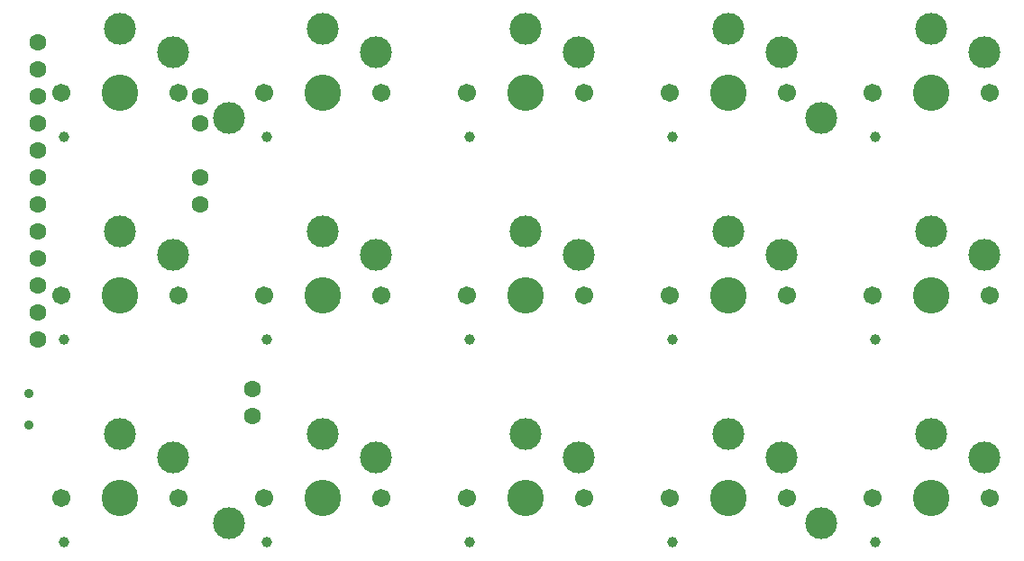
<source format=gbr>
%TF.GenerationSoftware,KiCad,Pcbnew,7.0.8*%
%TF.CreationDate,2023-12-01T15:01:34+01:00*%
%TF.ProjectId,briquet-rounded,62726971-7565-4742-9d72-6f756e646564,rev?*%
%TF.SameCoordinates,Original*%
%TF.FileFunction,Soldermask,Top*%
%TF.FilePolarity,Negative*%
%FSLAX46Y46*%
G04 Gerber Fmt 4.6, Leading zero omitted, Abs format (unit mm)*
G04 Created by KiCad (PCBNEW 7.0.8) date 2023-12-01 15:01:34*
%MOMM*%
%LPD*%
G01*
G04 APERTURE LIST*
%ADD10C,3.000000*%
%ADD11C,1.600000*%
%ADD12C,1.701800*%
%ADD13C,0.990600*%
%ADD14C,3.429000*%
%ADD15C,0.900000*%
G04 APERTURE END LIST*
D10*
%TO.C,H4*%
X161175000Y-88106250D03*
%TD*%
%TO.C,H3*%
X105525000Y-88106250D03*
%TD*%
%TO.C,H2*%
X161175000Y-50006250D03*
%TD*%
D11*
%TO.C,J1*%
X87600000Y-42924000D03*
X87600000Y-45464000D03*
X87600000Y-48004000D03*
X87600000Y-50544000D03*
X87600000Y-53084000D03*
X87600000Y-55624000D03*
X87600000Y-58164000D03*
X87600000Y-60704000D03*
X87600000Y-63244000D03*
X87600000Y-65784000D03*
X87600000Y-68324000D03*
X87600000Y-70864000D03*
X102840000Y-55624000D03*
X102840000Y-58164000D03*
X102840000Y-48004000D03*
X102840000Y-50544000D03*
%TD*%
D10*
%TO.C,H1*%
X105525000Y-50006250D03*
%TD*%
D12*
%TO.C,CHOC11*%
X89750000Y-85725000D03*
D13*
X90030000Y-89925000D03*
D14*
X95250000Y-85725000D03*
D10*
X95250000Y-79775000D03*
X100250000Y-81975000D03*
D12*
X100750000Y-85725000D03*
%TD*%
%TO.C,CHOC13*%
X127850001Y-85725001D03*
D13*
X128130001Y-89925001D03*
D14*
X133350001Y-85725001D03*
D10*
X133350001Y-79775001D03*
X138350001Y-81975001D03*
D12*
X138850001Y-85725001D03*
%TD*%
%TO.C,CHOC8*%
X127850001Y-66675001D03*
D13*
X128130001Y-70875001D03*
D14*
X133350001Y-66675001D03*
D10*
X133350001Y-60725001D03*
X138350001Y-62925001D03*
D12*
X138850001Y-66675001D03*
%TD*%
%TO.C,CHOC1*%
X89750000Y-47624998D03*
D13*
X90030000Y-51824998D03*
D14*
X95250000Y-47624998D03*
D10*
X95250000Y-41674998D03*
X100250000Y-43874998D03*
D12*
X100750000Y-47624998D03*
%TD*%
%TO.C,CHOC9*%
X146900000Y-66675000D03*
D13*
X147180000Y-70875000D03*
D14*
X152400000Y-66675000D03*
D10*
X152400000Y-60725000D03*
X157400000Y-62925000D03*
D12*
X157900000Y-66675000D03*
%TD*%
D11*
%TO.C,J2*%
X107752196Y-75547500D03*
X107752196Y-78087500D03*
%TD*%
D12*
%TO.C,CHOC5*%
X165950001Y-47624999D03*
D13*
X166230001Y-51824999D03*
D14*
X171450001Y-47624999D03*
D10*
X171450001Y-41674999D03*
X176450001Y-43874999D03*
D12*
X176950001Y-47624999D03*
%TD*%
%TO.C,CHOC3*%
X127850000Y-47624998D03*
D13*
X128130000Y-51824998D03*
D14*
X133350000Y-47624998D03*
D10*
X133350000Y-41674998D03*
X138350000Y-43874998D03*
D12*
X138850000Y-47624998D03*
%TD*%
%TO.C,CHOC10*%
X165950000Y-66675000D03*
D13*
X166230000Y-70875000D03*
D14*
X171450000Y-66675000D03*
D10*
X171450000Y-60725000D03*
X176450000Y-62925000D03*
D12*
X176950000Y-66675000D03*
%TD*%
%TO.C,CHOC2*%
X108800000Y-47624998D03*
D13*
X109080000Y-51824998D03*
D14*
X114300000Y-47624998D03*
D10*
X114300000Y-41674998D03*
X119300000Y-43874998D03*
D12*
X119800000Y-47624998D03*
%TD*%
%TO.C,CHOC15*%
X165950000Y-85725000D03*
D13*
X166230000Y-89925000D03*
D14*
X171450000Y-85725000D03*
D10*
X171450000Y-79775000D03*
X176450000Y-81975000D03*
D12*
X176950000Y-85725000D03*
%TD*%
%TO.C,CHOC4*%
X146900000Y-47624998D03*
D13*
X147180000Y-51824998D03*
D14*
X152400000Y-47624998D03*
D10*
X152400000Y-41674998D03*
X157400000Y-43874998D03*
D12*
X157900000Y-47624998D03*
%TD*%
D15*
%TO.C,SW13*%
X86750000Y-78891080D03*
X86750000Y-75891080D03*
%TD*%
D12*
%TO.C,CHOC7*%
X108800000Y-66675000D03*
D13*
X109080000Y-70875000D03*
D14*
X114300000Y-66675000D03*
D10*
X114300000Y-60725000D03*
X119300000Y-62925000D03*
D12*
X119800000Y-66675000D03*
%TD*%
%TO.C,CHOC6*%
X89750000Y-66675000D03*
D13*
X90030000Y-70875000D03*
D14*
X95250000Y-66675000D03*
D10*
X95250000Y-60725000D03*
X100250000Y-62925000D03*
D12*
X100750000Y-66675000D03*
%TD*%
%TO.C,CHOC14*%
X146900001Y-85725001D03*
D13*
X147180001Y-89925001D03*
D14*
X152400001Y-85725001D03*
D10*
X152400001Y-79775001D03*
X157400001Y-81975001D03*
D12*
X157900001Y-85725001D03*
%TD*%
%TO.C,CHOC12*%
X108800000Y-85725000D03*
D13*
X109080000Y-89925000D03*
D14*
X114300000Y-85725000D03*
D10*
X114300000Y-79775000D03*
X119300000Y-81975000D03*
D12*
X119800000Y-85725000D03*
%TD*%
M02*

</source>
